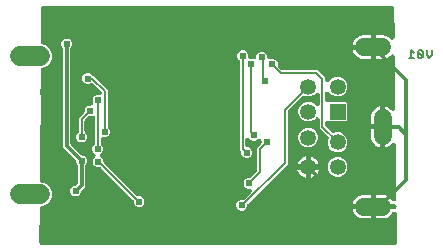
<source format=gbr>
G04 EAGLE Gerber RS-274X export*
G75*
%MOMM*%
%FSLAX34Y34*%
%LPD*%
%INBottom Copper*%
%IPPOS*%
%AMOC8*
5,1,8,0,0,1.08239X$1,22.5*%
G01*
%ADD10C,0.177800*%
%ADD11C,1.676400*%
%ADD12R,1.350000X1.350000*%
%ADD13C,1.350000*%
%ADD14C,1.500000*%
%ADD15C,0.604000*%
%ADD16C,0.304800*%
%ADD17C,0.152400*%

G36*
X334708Y3814D02*
X334708Y3814D01*
X334737Y3812D01*
X334908Y3834D01*
X335079Y3851D01*
X335107Y3859D01*
X335136Y3863D01*
X335300Y3918D01*
X335464Y3969D01*
X335490Y3983D01*
X335518Y3992D01*
X335667Y4079D01*
X335818Y4161D01*
X335841Y4179D01*
X335866Y4194D01*
X335995Y4308D01*
X336127Y4418D01*
X336146Y4441D01*
X336168Y4461D01*
X336272Y4598D01*
X336380Y4732D01*
X336393Y4758D01*
X336411Y4782D01*
X336486Y4937D01*
X336565Y5089D01*
X336573Y5118D01*
X336586Y5144D01*
X336629Y5311D01*
X336677Y5476D01*
X336679Y5506D01*
X336686Y5534D01*
X336710Y5865D01*
X336434Y30165D01*
X336421Y30280D01*
X336418Y30395D01*
X336399Y30479D01*
X336390Y30566D01*
X336355Y30675D01*
X336329Y30787D01*
X336293Y30866D01*
X336267Y30949D01*
X336211Y31050D01*
X336164Y31155D01*
X336113Y31225D01*
X336071Y31301D01*
X335997Y31388D01*
X335930Y31482D01*
X335866Y31541D01*
X335810Y31607D01*
X335720Y31678D01*
X335635Y31757D01*
X335562Y31802D01*
X335493Y31856D01*
X335391Y31908D01*
X335293Y31968D01*
X335212Y31998D01*
X335134Y32037D01*
X335023Y32068D01*
X334915Y32108D01*
X334829Y32121D01*
X334746Y32144D01*
X334631Y32153D01*
X334517Y32170D01*
X334431Y32167D01*
X334344Y32173D01*
X334230Y32158D01*
X334115Y32153D01*
X334031Y32132D01*
X333945Y32121D01*
X333836Y32084D01*
X333724Y32057D01*
X333646Y32020D01*
X333564Y31992D01*
X333464Y31934D01*
X333360Y31885D01*
X333290Y31834D01*
X333215Y31790D01*
X333129Y31714D01*
X333037Y31646D01*
X332979Y31581D01*
X332914Y31524D01*
X332844Y31432D01*
X332767Y31347D01*
X332713Y31259D01*
X332670Y31203D01*
X332642Y31143D01*
X332609Y31090D01*
X331671Y29799D01*
X330553Y28681D01*
X329274Y27752D01*
X327866Y27035D01*
X326363Y26547D01*
X324802Y26299D01*
X318543Y26299D01*
X318543Y34309D01*
X334333Y34309D01*
X334350Y34310D01*
X334368Y34309D01*
X334550Y34330D01*
X334733Y34348D01*
X334750Y34354D01*
X334768Y34356D01*
X334942Y34413D01*
X335118Y34467D01*
X335134Y34475D01*
X335151Y34481D01*
X335311Y34571D01*
X335472Y34658D01*
X335486Y34670D01*
X335501Y34679D01*
X335640Y34798D01*
X335781Y34916D01*
X335793Y34930D01*
X335806Y34942D01*
X335919Y35087D01*
X336034Y35230D01*
X336042Y35246D01*
X336053Y35260D01*
X336135Y35425D01*
X336219Y35587D01*
X336224Y35604D01*
X336232Y35620D01*
X336280Y35798D01*
X336331Y35974D01*
X336332Y35992D01*
X336337Y36009D01*
X336364Y36340D01*
X336362Y36358D01*
X336363Y36375D01*
X336363Y36376D01*
X336342Y36558D01*
X336324Y36741D01*
X336319Y36758D01*
X336317Y36776D01*
X336260Y36950D01*
X336206Y37126D01*
X336197Y37141D01*
X336192Y37158D01*
X336101Y37319D01*
X336014Y37480D01*
X336003Y37493D01*
X335994Y37509D01*
X335874Y37648D01*
X335756Y37789D01*
X335742Y37800D01*
X335731Y37814D01*
X335586Y37926D01*
X335442Y38041D01*
X335427Y38050D01*
X335413Y38060D01*
X335248Y38142D01*
X335085Y38227D01*
X335068Y38232D01*
X335052Y38240D01*
X334874Y38288D01*
X334698Y38338D01*
X334680Y38340D01*
X334663Y38344D01*
X334333Y38371D01*
X318543Y38371D01*
X318543Y46381D01*
X324802Y46381D01*
X326363Y46133D01*
X327866Y45645D01*
X329274Y44928D01*
X330553Y43999D01*
X331671Y42881D01*
X332616Y41580D01*
X332736Y41445D01*
X332852Y41309D01*
X332869Y41295D01*
X332884Y41279D01*
X333028Y41171D01*
X333169Y41060D01*
X333188Y41050D01*
X333206Y41037D01*
X333368Y40959D01*
X333528Y40878D01*
X333549Y40873D01*
X333569Y40863D01*
X333743Y40819D01*
X333917Y40771D01*
X333938Y40770D01*
X333959Y40765D01*
X334139Y40756D01*
X334318Y40743D01*
X334340Y40746D01*
X334361Y40745D01*
X334539Y40772D01*
X334717Y40795D01*
X334738Y40802D01*
X334760Y40805D01*
X334928Y40866D01*
X335099Y40924D01*
X335118Y40935D01*
X335138Y40942D01*
X335292Y41036D01*
X335447Y41126D01*
X335463Y41140D01*
X335482Y41151D01*
X335614Y41273D01*
X335749Y41392D01*
X335762Y41410D01*
X335778Y41424D01*
X335883Y41570D01*
X335992Y41713D01*
X336002Y41733D01*
X336014Y41750D01*
X336088Y41913D01*
X336167Y42076D01*
X336173Y42097D01*
X336182Y42117D01*
X336222Y42291D01*
X336267Y42466D01*
X336269Y42490D01*
X336273Y42509D01*
X336276Y42587D01*
X336291Y42797D01*
X335772Y88527D01*
X335754Y88684D01*
X335744Y88841D01*
X335732Y88883D01*
X335727Y88927D01*
X335680Y89077D01*
X335638Y89229D01*
X335618Y89269D01*
X335605Y89311D01*
X335529Y89448D01*
X335458Y89589D01*
X335431Y89624D01*
X335409Y89663D01*
X335307Y89782D01*
X335210Y89907D01*
X335177Y89935D01*
X335148Y89969D01*
X335024Y90066D01*
X334905Y90169D01*
X334866Y90190D01*
X334831Y90218D01*
X334691Y90289D01*
X334554Y90366D01*
X334512Y90379D01*
X334472Y90399D01*
X334320Y90441D01*
X334170Y90489D01*
X334126Y90495D01*
X334084Y90506D01*
X333927Y90517D01*
X333770Y90535D01*
X333726Y90531D01*
X333682Y90535D01*
X333526Y90514D01*
X333369Y90501D01*
X333327Y90489D01*
X333283Y90483D01*
X333133Y90433D01*
X332983Y90389D01*
X332944Y90368D01*
X332902Y90354D01*
X332765Y90275D01*
X332626Y90202D01*
X332591Y90174D01*
X332553Y90152D01*
X332435Y90048D01*
X332313Y89949D01*
X332280Y89911D01*
X332251Y89886D01*
X332233Y89862D01*
X331053Y88681D01*
X329774Y87752D01*
X328366Y87035D01*
X326863Y86547D01*
X326543Y86496D01*
X326543Y103840D01*
X326543Y121184D01*
X326863Y121133D01*
X328366Y120645D01*
X329774Y119928D01*
X331053Y118999D01*
X331952Y118099D01*
X331968Y118086D01*
X331982Y118071D01*
X332124Y117959D01*
X332264Y117844D01*
X332282Y117835D01*
X332298Y117822D01*
X332461Y117740D01*
X332620Y117656D01*
X332639Y117650D01*
X332658Y117641D01*
X332832Y117592D01*
X333006Y117541D01*
X333026Y117539D01*
X333046Y117534D01*
X333225Y117521D01*
X333406Y117504D01*
X333427Y117507D01*
X333447Y117505D01*
X333626Y117528D01*
X333807Y117548D01*
X333826Y117554D01*
X333847Y117557D01*
X334018Y117615D01*
X334191Y117669D01*
X334209Y117679D01*
X334228Y117686D01*
X334385Y117777D01*
X334543Y117864D01*
X334559Y117877D01*
X334576Y117888D01*
X334712Y118008D01*
X334850Y118125D01*
X334863Y118141D01*
X334878Y118154D01*
X334987Y118299D01*
X335100Y118441D01*
X335109Y118459D01*
X335121Y118475D01*
X335200Y118638D01*
X335282Y118800D01*
X335287Y118819D01*
X335296Y118838D01*
X335341Y119013D01*
X335390Y119187D01*
X335391Y119208D01*
X335396Y119228D01*
X335420Y119559D01*
X334925Y163173D01*
X334904Y163365D01*
X334882Y163568D01*
X334881Y163570D01*
X334881Y163573D01*
X334818Y163768D01*
X334760Y163951D01*
X334759Y163954D01*
X334758Y163956D01*
X334662Y164130D01*
X334565Y164304D01*
X334564Y164306D01*
X334562Y164308D01*
X334437Y164456D01*
X334305Y164611D01*
X334303Y164612D01*
X334301Y164614D01*
X334146Y164736D01*
X333989Y164860D01*
X333987Y164862D01*
X333984Y164863D01*
X333805Y164954D01*
X333630Y165043D01*
X333628Y165043D01*
X333625Y165045D01*
X333433Y165098D01*
X333242Y165151D01*
X333239Y165151D01*
X333237Y165152D01*
X333044Y165165D01*
X332841Y165180D01*
X332838Y165180D01*
X332835Y165180D01*
X332636Y165154D01*
X332441Y165130D01*
X332439Y165129D01*
X332436Y165129D01*
X332245Y165064D01*
X332059Y165001D01*
X332057Y165000D01*
X332055Y164999D01*
X331881Y164898D01*
X331711Y164801D01*
X331708Y164799D01*
X331706Y164797D01*
X331691Y164784D01*
X331458Y164586D01*
X330553Y163681D01*
X329274Y162752D01*
X327866Y162035D01*
X326363Y161547D01*
X324802Y161299D01*
X318543Y161299D01*
X318543Y171340D01*
X318543Y181381D01*
X324802Y181381D01*
X326363Y181133D01*
X327866Y180645D01*
X329274Y179928D01*
X330553Y178999D01*
X331270Y178282D01*
X331285Y178269D01*
X331299Y178254D01*
X331441Y178142D01*
X331581Y178027D01*
X331599Y178017D01*
X331615Y178005D01*
X331777Y177923D01*
X331937Y177838D01*
X331956Y177833D01*
X331975Y177823D01*
X332149Y177775D01*
X332323Y177724D01*
X332343Y177722D01*
X332363Y177716D01*
X332543Y177704D01*
X332724Y177687D01*
X332744Y177689D01*
X332765Y177688D01*
X332944Y177711D01*
X333124Y177731D01*
X333143Y177737D01*
X333164Y177739D01*
X333335Y177798D01*
X333508Y177852D01*
X333526Y177862D01*
X333545Y177869D01*
X333702Y177959D01*
X333860Y178047D01*
X333876Y178060D01*
X333894Y178071D01*
X334030Y178191D01*
X334167Y178307D01*
X334180Y178323D01*
X334195Y178337D01*
X334305Y178482D01*
X334417Y178623D01*
X334426Y178642D01*
X334438Y178658D01*
X334517Y178821D01*
X334599Y178982D01*
X334605Y179002D01*
X334614Y179021D01*
X334659Y179197D01*
X334707Y179370D01*
X334709Y179391D01*
X334714Y179410D01*
X334737Y179741D01*
X334459Y204241D01*
X334458Y204247D01*
X334459Y204254D01*
X334436Y204446D01*
X334415Y204641D01*
X334413Y204647D01*
X334412Y204653D01*
X334352Y204838D01*
X334292Y205025D01*
X334289Y205030D01*
X334287Y205036D01*
X334191Y205207D01*
X334096Y205377D01*
X334092Y205381D01*
X334089Y205387D01*
X333961Y205535D01*
X333835Y205683D01*
X333830Y205687D01*
X333826Y205692D01*
X333673Y205810D01*
X333519Y205932D01*
X333513Y205935D01*
X333508Y205938D01*
X333335Y206024D01*
X333159Y206113D01*
X333153Y206115D01*
X333147Y206118D01*
X332957Y206169D01*
X332771Y206220D01*
X332765Y206221D01*
X332759Y206222D01*
X332428Y206249D01*
X37265Y206249D01*
X37254Y206248D01*
X37242Y206249D01*
X37053Y206228D01*
X36864Y206209D01*
X36853Y206206D01*
X36842Y206205D01*
X36662Y206147D01*
X36479Y206091D01*
X36469Y206086D01*
X36459Y206082D01*
X36293Y205990D01*
X36125Y205899D01*
X36117Y205892D01*
X36107Y205887D01*
X35961Y205763D01*
X35816Y205642D01*
X35809Y205633D01*
X35800Y205626D01*
X35682Y205475D01*
X35564Y205328D01*
X35558Y205318D01*
X35551Y205309D01*
X35465Y205138D01*
X35378Y204971D01*
X35375Y204960D01*
X35370Y204950D01*
X35319Y204766D01*
X35267Y204584D01*
X35266Y204572D01*
X35263Y204562D01*
X35234Y204231D01*
X35050Y175597D01*
X35053Y175568D01*
X35050Y175539D01*
X35071Y175369D01*
X35087Y175196D01*
X35096Y175168D01*
X35099Y175140D01*
X35153Y174976D01*
X35203Y174810D01*
X35217Y174785D01*
X35226Y174757D01*
X35311Y174607D01*
X35392Y174455D01*
X35411Y174433D01*
X35425Y174408D01*
X35539Y174277D01*
X35648Y174144D01*
X35671Y174126D01*
X35690Y174104D01*
X35827Y173999D01*
X35960Y173890D01*
X35986Y173876D01*
X36009Y173859D01*
X36304Y173707D01*
X40294Y172055D01*
X43081Y169268D01*
X44589Y165627D01*
X44589Y161685D01*
X43081Y158044D01*
X40294Y155257D01*
X36565Y153713D01*
X36528Y153709D01*
X36517Y153706D01*
X36506Y153705D01*
X36325Y153647D01*
X36143Y153591D01*
X36133Y153586D01*
X36122Y153582D01*
X35956Y153490D01*
X35789Y153399D01*
X35780Y153392D01*
X35770Y153387D01*
X35625Y153263D01*
X35479Y153142D01*
X35472Y153133D01*
X35464Y153126D01*
X35346Y152975D01*
X35227Y152828D01*
X35222Y152818D01*
X35215Y152809D01*
X35129Y152638D01*
X35042Y152471D01*
X35038Y152460D01*
X35033Y152450D01*
X34982Y152266D01*
X34930Y152084D01*
X34929Y152072D01*
X34926Y152062D01*
X34897Y151731D01*
X34300Y58607D01*
X34302Y58583D01*
X34300Y58558D01*
X34321Y58383D01*
X34337Y58206D01*
X34344Y58183D01*
X34347Y58159D01*
X34402Y57990D01*
X34453Y57820D01*
X34465Y57799D01*
X34472Y57776D01*
X34559Y57621D01*
X34643Y57465D01*
X34658Y57446D01*
X34670Y57425D01*
X34786Y57291D01*
X34898Y57154D01*
X34917Y57139D01*
X34933Y57120D01*
X35073Y57012D01*
X35210Y56900D01*
X35232Y56889D01*
X35251Y56874D01*
X35410Y56795D01*
X35567Y56712D01*
X35590Y56705D01*
X35612Y56694D01*
X35783Y56648D01*
X35953Y56598D01*
X35977Y56596D01*
X36001Y56590D01*
X36331Y56563D01*
X36653Y56563D01*
X40294Y55055D01*
X43081Y52268D01*
X44589Y48627D01*
X44589Y44685D01*
X43081Y41044D01*
X40294Y38257D01*
X40116Y38184D01*
X36653Y36749D01*
X36178Y36749D01*
X36167Y36748D01*
X36156Y36749D01*
X35967Y36728D01*
X35778Y36709D01*
X35767Y36706D01*
X35756Y36705D01*
X35575Y36647D01*
X35393Y36591D01*
X35383Y36586D01*
X35372Y36582D01*
X35206Y36490D01*
X35039Y36399D01*
X35030Y36392D01*
X35020Y36387D01*
X34875Y36263D01*
X34729Y36142D01*
X34722Y36133D01*
X34714Y36126D01*
X34595Y35975D01*
X34477Y35828D01*
X34472Y35818D01*
X34465Y35809D01*
X34378Y35638D01*
X34292Y35471D01*
X34288Y35460D01*
X34283Y35450D01*
X34232Y35264D01*
X34180Y35084D01*
X34179Y35072D01*
X34176Y35062D01*
X34147Y34731D01*
X33962Y5855D01*
X33964Y5831D01*
X33962Y5806D01*
X33983Y5631D01*
X33999Y5454D01*
X34006Y5431D01*
X34009Y5407D01*
X34064Y5238D01*
X34115Y5068D01*
X34126Y5047D01*
X34134Y5024D01*
X34221Y4869D01*
X34304Y4713D01*
X34320Y4694D01*
X34332Y4673D01*
X34448Y4539D01*
X34560Y4402D01*
X34579Y4387D01*
X34595Y4368D01*
X34735Y4260D01*
X34872Y4148D01*
X34894Y4137D01*
X34913Y4122D01*
X35072Y4043D01*
X35228Y3960D01*
X35252Y3953D01*
X35274Y3942D01*
X35445Y3896D01*
X35615Y3846D01*
X35639Y3844D01*
X35662Y3838D01*
X35993Y3811D01*
X334679Y3811D01*
X334708Y3814D01*
G37*
%LPC*%
G36*
X204328Y32793D02*
X204328Y32793D01*
X202658Y33485D01*
X201379Y34764D01*
X200687Y36434D01*
X200687Y38242D01*
X201379Y39912D01*
X202658Y41191D01*
X204328Y41883D01*
X206209Y41883D01*
X206236Y41885D01*
X206263Y41883D01*
X206437Y41905D01*
X206610Y41923D01*
X206636Y41930D01*
X206662Y41934D01*
X206828Y41989D01*
X206995Y42041D01*
X207019Y42054D01*
X207044Y42062D01*
X207195Y42149D01*
X207349Y42233D01*
X207369Y42250D01*
X207393Y42263D01*
X207646Y42478D01*
X213290Y48122D01*
X213295Y48129D01*
X213302Y48134D01*
X213423Y48284D01*
X213545Y48433D01*
X213549Y48441D01*
X213555Y48448D01*
X213643Y48618D01*
X213733Y48789D01*
X213736Y48798D01*
X213740Y48805D01*
X213793Y48990D01*
X213848Y49175D01*
X213849Y49184D01*
X213852Y49192D01*
X213867Y49383D01*
X213885Y49576D01*
X213884Y49585D01*
X213884Y49594D01*
X213862Y49783D01*
X213841Y49976D01*
X213839Y49985D01*
X213838Y49993D01*
X213778Y50175D01*
X213720Y50360D01*
X213715Y50368D01*
X213713Y50376D01*
X213618Y50545D01*
X213525Y50712D01*
X213519Y50719D01*
X213515Y50727D01*
X213389Y50873D01*
X213264Y51019D01*
X213257Y51025D01*
X213252Y51032D01*
X213100Y51149D01*
X212949Y51269D01*
X212941Y51273D01*
X212934Y51278D01*
X212761Y51364D01*
X212590Y51451D01*
X212581Y51454D01*
X212573Y51458D01*
X212387Y51508D01*
X212202Y51559D01*
X212193Y51560D01*
X212184Y51562D01*
X211853Y51589D01*
X210424Y51589D01*
X208754Y52281D01*
X207475Y53560D01*
X206783Y55230D01*
X206783Y57038D01*
X207475Y58708D01*
X208754Y59987D01*
X210424Y60679D01*
X211797Y60679D01*
X211824Y60681D01*
X211851Y60679D01*
X212025Y60701D01*
X212198Y60719D01*
X212224Y60726D01*
X212250Y60730D01*
X212416Y60785D01*
X212583Y60837D01*
X212607Y60850D01*
X212632Y60858D01*
X212784Y60945D01*
X212937Y61029D01*
X212957Y61046D01*
X212981Y61059D01*
X213234Y61274D01*
X217590Y65630D01*
X217607Y65651D01*
X217628Y65668D01*
X217735Y65806D01*
X217845Y65942D01*
X217858Y65965D01*
X217874Y65987D01*
X217952Y66143D01*
X218034Y66297D01*
X218042Y66323D01*
X218054Y66347D01*
X218099Y66516D01*
X218149Y66683D01*
X218151Y66710D01*
X218158Y66736D01*
X218185Y67067D01*
X218185Y86037D01*
X221428Y89280D01*
X221445Y89301D01*
X221466Y89318D01*
X221573Y89456D01*
X221683Y89592D01*
X221696Y89615D01*
X221712Y89637D01*
X221790Y89793D01*
X221872Y89947D01*
X221880Y89973D01*
X221892Y89997D01*
X221937Y90166D01*
X221987Y90333D01*
X221989Y90360D01*
X221996Y90386D01*
X222023Y90717D01*
X222023Y91820D01*
X222022Y91829D01*
X222023Y91838D01*
X222003Y92028D01*
X221983Y92221D01*
X221981Y92229D01*
X221980Y92238D01*
X221922Y92422D01*
X221865Y92606D01*
X221861Y92614D01*
X221858Y92622D01*
X221765Y92790D01*
X221673Y92960D01*
X221668Y92967D01*
X221663Y92974D01*
X221539Y93121D01*
X221416Y93269D01*
X221409Y93275D01*
X221403Y93281D01*
X221252Y93401D01*
X221102Y93521D01*
X221094Y93525D01*
X221087Y93531D01*
X220915Y93618D01*
X220745Y93707D01*
X220736Y93709D01*
X220728Y93713D01*
X220543Y93765D01*
X220358Y93818D01*
X220349Y93819D01*
X220340Y93821D01*
X220148Y93835D01*
X219956Y93851D01*
X219948Y93850D01*
X219939Y93851D01*
X219747Y93827D01*
X219557Y93804D01*
X219548Y93801D01*
X219539Y93800D01*
X219357Y93739D01*
X219174Y93679D01*
X219166Y93675D01*
X219158Y93672D01*
X218990Y93576D01*
X218823Y93481D01*
X218816Y93476D01*
X218809Y93471D01*
X218556Y93256D01*
X218220Y92921D01*
X216550Y92229D01*
X214742Y92229D01*
X213072Y92921D01*
X211748Y94244D01*
X211741Y94250D01*
X211736Y94257D01*
X211585Y94378D01*
X211437Y94500D01*
X211429Y94504D01*
X211422Y94509D01*
X211252Y94598D01*
X211081Y94688D01*
X211072Y94691D01*
X211065Y94695D01*
X210880Y94748D01*
X210695Y94803D01*
X210686Y94804D01*
X210678Y94806D01*
X210487Y94822D01*
X210294Y94839D01*
X210285Y94838D01*
X210276Y94839D01*
X210087Y94817D01*
X209894Y94796D01*
X209885Y94793D01*
X209877Y94792D01*
X209695Y94733D01*
X209510Y94674D01*
X209502Y94670D01*
X209494Y94667D01*
X209327Y94573D01*
X209158Y94480D01*
X209151Y94474D01*
X209143Y94469D01*
X208998Y94344D01*
X208851Y94219D01*
X208845Y94212D01*
X208838Y94206D01*
X208722Y94056D01*
X208601Y93903D01*
X208597Y93895D01*
X208592Y93888D01*
X208506Y93717D01*
X208419Y93544D01*
X208416Y93536D01*
X208412Y93528D01*
X208362Y93342D01*
X208311Y93156D01*
X208310Y93147D01*
X208308Y93139D01*
X208281Y92808D01*
X208281Y88618D01*
X208283Y88600D01*
X208281Y88582D01*
X208302Y88400D01*
X208321Y88217D01*
X208326Y88200D01*
X208328Y88183D01*
X208385Y88008D01*
X208439Y87832D01*
X208447Y87817D01*
X208453Y87800D01*
X208543Y87640D01*
X208631Y87478D01*
X208642Y87465D01*
X208651Y87449D01*
X208771Y87310D01*
X208888Y87169D01*
X208902Y87158D01*
X208914Y87144D01*
X209059Y87032D01*
X209202Y86917D01*
X209218Y86909D01*
X209232Y86898D01*
X209397Y86816D01*
X209559Y86731D01*
X209576Y86726D01*
X209592Y86718D01*
X209771Y86671D01*
X209946Y86620D01*
X209964Y86618D01*
X209981Y86614D01*
X210312Y86587D01*
X210454Y86587D01*
X212124Y85895D01*
X213403Y84616D01*
X214095Y82946D01*
X214095Y81138D01*
X213403Y79468D01*
X212124Y78189D01*
X210454Y77497D01*
X208646Y77497D01*
X206976Y78189D01*
X205697Y79468D01*
X205005Y81138D01*
X205005Y82003D01*
X205003Y82030D01*
X205005Y82057D01*
X204983Y82231D01*
X204965Y82404D01*
X204958Y82430D01*
X204954Y82456D01*
X204899Y82622D01*
X204847Y82789D01*
X204834Y82813D01*
X204826Y82838D01*
X204739Y82990D01*
X204655Y83143D01*
X204638Y83163D01*
X204625Y83187D01*
X204410Y83440D01*
X203707Y84143D01*
X203707Y159102D01*
X203705Y159129D01*
X203707Y159155D01*
X203685Y159329D01*
X203667Y159503D01*
X203660Y159528D01*
X203656Y159555D01*
X203601Y159721D01*
X203549Y159888D01*
X203536Y159911D01*
X203528Y159937D01*
X203441Y160088D01*
X203357Y160242D01*
X203340Y160262D01*
X203327Y160285D01*
X203112Y160538D01*
X202141Y161510D01*
X201449Y163180D01*
X201449Y164988D01*
X202141Y166658D01*
X203420Y167937D01*
X205090Y168629D01*
X206898Y168629D01*
X208568Y167937D01*
X209847Y166658D01*
X210539Y164988D01*
X210539Y163548D01*
X210541Y163530D01*
X210539Y163512D01*
X210560Y163330D01*
X210579Y163147D01*
X210584Y163130D01*
X210586Y163113D01*
X210643Y162938D01*
X210697Y162762D01*
X210705Y162747D01*
X210711Y162730D01*
X210801Y162570D01*
X210889Y162408D01*
X210900Y162395D01*
X210909Y162379D01*
X211029Y162240D01*
X211146Y162099D01*
X211160Y162088D01*
X211172Y162074D01*
X211317Y161962D01*
X211460Y161847D01*
X211476Y161839D01*
X211490Y161828D01*
X211655Y161746D01*
X211817Y161661D01*
X211834Y161656D01*
X211850Y161648D01*
X212029Y161601D01*
X212204Y161550D01*
X212222Y161548D01*
X212239Y161544D01*
X212570Y161517D01*
X213756Y161517D01*
X214897Y161044D01*
X214910Y161040D01*
X214921Y161034D01*
X215102Y160982D01*
X215282Y160928D01*
X215295Y160927D01*
X215308Y160923D01*
X215497Y160907D01*
X215683Y160890D01*
X215696Y160891D01*
X215710Y160890D01*
X215896Y160912D01*
X216083Y160931D01*
X216096Y160935D01*
X216109Y160937D01*
X216289Y160995D01*
X216468Y161051D01*
X216479Y161057D01*
X216492Y161062D01*
X216657Y161155D01*
X216821Y161244D01*
X216831Y161253D01*
X216843Y161260D01*
X216985Y161382D01*
X217129Y161504D01*
X217137Y161514D01*
X217148Y161523D01*
X217262Y161671D01*
X217380Y161818D01*
X217386Y161830D01*
X217394Y161841D01*
X217478Y162009D01*
X217564Y162176D01*
X217568Y162189D01*
X217574Y162201D01*
X217623Y162384D01*
X217674Y162564D01*
X217675Y162577D01*
X217678Y162590D01*
X217705Y162921D01*
X217705Y163718D01*
X218397Y165388D01*
X219676Y166667D01*
X221346Y167359D01*
X223154Y167359D01*
X224824Y166667D01*
X226103Y165388D01*
X226795Y163718D01*
X226795Y162877D01*
X226796Y162864D01*
X226795Y162851D01*
X226816Y162664D01*
X226835Y162477D01*
X226839Y162464D01*
X226840Y162451D01*
X226898Y162271D01*
X226953Y162092D01*
X226959Y162080D01*
X226963Y162067D01*
X227055Y161903D01*
X227145Y161738D01*
X227153Y161727D01*
X227160Y161716D01*
X227283Y161572D01*
X227402Y161428D01*
X227413Y161420D01*
X227421Y161410D01*
X227570Y161294D01*
X227716Y161176D01*
X227728Y161170D01*
X227738Y161162D01*
X227907Y161077D01*
X228073Y160991D01*
X228086Y160987D01*
X228098Y160981D01*
X228280Y160931D01*
X228460Y160879D01*
X228474Y160878D01*
X228487Y160875D01*
X228675Y160862D01*
X228862Y160846D01*
X228875Y160848D01*
X228888Y160847D01*
X229076Y160871D01*
X229261Y160893D01*
X229274Y160897D01*
X229287Y160899D01*
X229603Y161001D01*
X230236Y161263D01*
X232044Y161263D01*
X233714Y160571D01*
X234993Y159292D01*
X235685Y157622D01*
X235685Y156249D01*
X235687Y156222D01*
X235685Y156195D01*
X235707Y156021D01*
X235725Y155848D01*
X235732Y155822D01*
X235736Y155796D01*
X235791Y155630D01*
X235843Y155463D01*
X235856Y155439D01*
X235864Y155414D01*
X235951Y155262D01*
X236035Y155109D01*
X236052Y155089D01*
X236065Y155065D01*
X236280Y154812D01*
X238858Y152234D01*
X238879Y152217D01*
X238896Y152196D01*
X239034Y152089D01*
X239170Y151979D01*
X239193Y151966D01*
X239215Y151950D01*
X239371Y151872D01*
X239525Y151790D01*
X239551Y151782D01*
X239575Y151770D01*
X239744Y151725D01*
X239911Y151675D01*
X239938Y151673D01*
X239964Y151666D01*
X240295Y151639D01*
X269425Y151639D01*
X275845Y145219D01*
X275845Y143779D01*
X275846Y143770D01*
X275845Y143761D01*
X275866Y143569D01*
X275885Y143378D01*
X275887Y143370D01*
X275888Y143361D01*
X275946Y143178D01*
X276003Y142993D01*
X276007Y142985D01*
X276010Y142977D01*
X276103Y142809D01*
X276195Y142639D01*
X276200Y142632D01*
X276205Y142625D01*
X276329Y142478D01*
X276452Y142330D01*
X276459Y142324D01*
X276465Y142318D01*
X276616Y142199D01*
X276766Y142078D01*
X276774Y142074D01*
X276781Y142068D01*
X276954Y141980D01*
X277123Y141892D01*
X277132Y141890D01*
X277140Y141886D01*
X277326Y141834D01*
X277510Y141781D01*
X277519Y141780D01*
X277528Y141778D01*
X277721Y141764D01*
X277912Y141748D01*
X277920Y141749D01*
X277929Y141748D01*
X278122Y141773D01*
X278311Y141795D01*
X278320Y141798D01*
X278329Y141799D01*
X278512Y141860D01*
X278694Y141920D01*
X278702Y141924D01*
X278710Y141927D01*
X278876Y142022D01*
X279045Y142118D01*
X279052Y142123D01*
X279059Y142128D01*
X279312Y142343D01*
X281825Y144855D01*
X284866Y146115D01*
X288158Y146115D01*
X291199Y144855D01*
X293527Y142527D01*
X294787Y139486D01*
X294787Y136194D01*
X293527Y133153D01*
X291199Y130825D01*
X288158Y129565D01*
X284866Y129565D01*
X281825Y130825D01*
X279312Y133337D01*
X279305Y133343D01*
X279300Y133350D01*
X279150Y133470D01*
X279001Y133593D01*
X278993Y133597D01*
X278986Y133602D01*
X278816Y133691D01*
X278645Y133781D01*
X278636Y133784D01*
X278629Y133788D01*
X278444Y133841D01*
X278259Y133896D01*
X278250Y133897D01*
X278242Y133899D01*
X278051Y133915D01*
X277858Y133932D01*
X277849Y133931D01*
X277840Y133932D01*
X277651Y133910D01*
X277458Y133889D01*
X277449Y133886D01*
X277441Y133885D01*
X277259Y133826D01*
X277074Y133767D01*
X277066Y133763D01*
X277058Y133760D01*
X276888Y133665D01*
X276722Y133573D01*
X276715Y133567D01*
X276707Y133562D01*
X276561Y133436D01*
X276415Y133312D01*
X276409Y133305D01*
X276402Y133299D01*
X276285Y133148D01*
X276165Y132996D01*
X276161Y132988D01*
X276156Y132981D01*
X276070Y132809D01*
X275983Y132637D01*
X275980Y132629D01*
X275976Y132621D01*
X275926Y132435D01*
X275875Y132249D01*
X275874Y132240D01*
X275872Y132232D01*
X275845Y131901D01*
X275845Y126733D01*
X275846Y126724D01*
X275845Y126715D01*
X275866Y126524D01*
X275885Y126332D01*
X275887Y126324D01*
X275888Y126315D01*
X275947Y126130D01*
X276003Y125947D01*
X276007Y125940D01*
X276010Y125931D01*
X276103Y125762D01*
X276195Y125593D01*
X276200Y125586D01*
X276205Y125579D01*
X276330Y125431D01*
X276452Y125284D01*
X276459Y125279D01*
X276465Y125272D01*
X276616Y125152D01*
X276766Y125032D01*
X276774Y125028D01*
X276781Y125022D01*
X276954Y124934D01*
X277123Y124846D01*
X277132Y124844D01*
X277140Y124840D01*
X277326Y124788D01*
X277510Y124735D01*
X277519Y124734D01*
X277528Y124732D01*
X277720Y124718D01*
X277912Y124702D01*
X277920Y124703D01*
X277929Y124702D01*
X278121Y124727D01*
X278311Y124749D01*
X278320Y124752D01*
X278329Y124753D01*
X278510Y124814D01*
X278694Y124874D01*
X278702Y124878D01*
X278710Y124881D01*
X278876Y124977D01*
X279045Y125072D01*
X279052Y125077D01*
X279059Y125082D01*
X279098Y125115D01*
X293894Y125115D01*
X294787Y124222D01*
X294787Y109458D01*
X293894Y108565D01*
X279090Y108565D01*
X279001Y108638D01*
X278993Y108643D01*
X278986Y108648D01*
X278816Y108737D01*
X278645Y108827D01*
X278637Y108830D01*
X278629Y108834D01*
X278443Y108887D01*
X278259Y108942D01*
X278250Y108943D01*
X278242Y108945D01*
X278050Y108961D01*
X277858Y108978D01*
X277849Y108977D01*
X277840Y108978D01*
X277650Y108956D01*
X277458Y108935D01*
X277449Y108932D01*
X277441Y108931D01*
X277257Y108871D01*
X277074Y108813D01*
X277066Y108809D01*
X277058Y108806D01*
X276889Y108711D01*
X276722Y108619D01*
X276715Y108613D01*
X276707Y108608D01*
X276562Y108483D01*
X276415Y108358D01*
X276409Y108351D01*
X276402Y108345D01*
X276285Y108194D01*
X276165Y108042D01*
X276161Y108034D01*
X276156Y108027D01*
X276070Y107855D01*
X275983Y107683D01*
X275980Y107675D01*
X275976Y107667D01*
X275926Y107479D01*
X275875Y107295D01*
X275874Y107287D01*
X275872Y107278D01*
X275845Y106947D01*
X275845Y105583D01*
X275847Y105556D01*
X275845Y105529D01*
X275867Y105355D01*
X275885Y105182D01*
X275892Y105156D01*
X275896Y105130D01*
X275951Y104964D01*
X276003Y104797D01*
X276016Y104773D01*
X276024Y104748D01*
X276111Y104597D01*
X276195Y104443D01*
X276212Y104423D01*
X276225Y104399D01*
X276440Y104146D01*
X281506Y99080D01*
X281523Y99066D01*
X281538Y99049D01*
X281679Y98938D01*
X281817Y98825D01*
X281837Y98815D01*
X281855Y98801D01*
X282015Y98720D01*
X282173Y98636D01*
X282194Y98630D01*
X282214Y98620D01*
X282387Y98573D01*
X282559Y98522D01*
X282581Y98520D01*
X282603Y98514D01*
X282781Y98501D01*
X282960Y98485D01*
X282982Y98488D01*
X283004Y98486D01*
X283182Y98509D01*
X283360Y98529D01*
X283381Y98535D01*
X283404Y98538D01*
X283719Y98640D01*
X284866Y99115D01*
X288158Y99115D01*
X291199Y97855D01*
X293527Y95527D01*
X294787Y92486D01*
X294787Y89194D01*
X293527Y86153D01*
X291199Y83825D01*
X288158Y82565D01*
X284866Y82565D01*
X281825Y83825D01*
X279497Y86153D01*
X278237Y89194D01*
X278237Y92486D01*
X278712Y93633D01*
X278719Y93654D01*
X278729Y93674D01*
X278777Y93846D01*
X278829Y94018D01*
X278831Y94040D01*
X278837Y94062D01*
X278850Y94241D01*
X278867Y94419D01*
X278865Y94441D01*
X278866Y94463D01*
X278844Y94641D01*
X278825Y94819D01*
X278819Y94841D01*
X278816Y94863D01*
X278759Y95033D01*
X278705Y95204D01*
X278695Y95223D01*
X278688Y95244D01*
X278598Y95399D01*
X278512Y95557D01*
X278498Y95574D01*
X278487Y95593D01*
X278272Y95846D01*
X273206Y100912D01*
X271271Y102847D01*
X271271Y109993D01*
X271270Y110002D01*
X271271Y110011D01*
X271250Y110203D01*
X271231Y110394D01*
X271229Y110402D01*
X271228Y110411D01*
X271170Y110594D01*
X271113Y110779D01*
X271109Y110787D01*
X271106Y110795D01*
X271013Y110963D01*
X270921Y111133D01*
X270916Y111140D01*
X270911Y111147D01*
X270786Y111295D01*
X270664Y111442D01*
X270657Y111448D01*
X270651Y111454D01*
X270499Y111574D01*
X270350Y111694D01*
X270342Y111698D01*
X270335Y111704D01*
X270163Y111791D01*
X269993Y111880D01*
X269984Y111882D01*
X269976Y111886D01*
X269790Y111938D01*
X269606Y111991D01*
X269597Y111992D01*
X269588Y111994D01*
X269396Y112008D01*
X269204Y112024D01*
X269196Y112023D01*
X269187Y112024D01*
X268994Y111999D01*
X268805Y111977D01*
X268796Y111974D01*
X268787Y111973D01*
X268604Y111912D01*
X268422Y111852D01*
X268414Y111848D01*
X268406Y111845D01*
X268240Y111750D01*
X268071Y111654D01*
X268064Y111649D01*
X268057Y111644D01*
X267804Y111429D01*
X266199Y109825D01*
X263158Y108565D01*
X259866Y108565D01*
X256825Y109825D01*
X254497Y112153D01*
X253237Y115194D01*
X253237Y118486D01*
X254497Y121527D01*
X256825Y123855D01*
X259866Y125115D01*
X263158Y125115D01*
X266199Y123855D01*
X267804Y122251D01*
X267811Y122245D01*
X267816Y122238D01*
X267966Y122118D01*
X268115Y121995D01*
X268123Y121991D01*
X268130Y121986D01*
X268300Y121897D01*
X268471Y121807D01*
X268480Y121804D01*
X268487Y121800D01*
X268672Y121747D01*
X268857Y121692D01*
X268866Y121691D01*
X268874Y121689D01*
X269065Y121673D01*
X269258Y121656D01*
X269267Y121657D01*
X269276Y121656D01*
X269465Y121678D01*
X269658Y121699D01*
X269667Y121702D01*
X269675Y121703D01*
X269857Y121762D01*
X270042Y121821D01*
X270050Y121825D01*
X270058Y121828D01*
X270225Y121922D01*
X270394Y122015D01*
X270401Y122021D01*
X270409Y122026D01*
X270554Y122151D01*
X270701Y122276D01*
X270707Y122283D01*
X270714Y122289D01*
X270830Y122439D01*
X270951Y122592D01*
X270955Y122600D01*
X270960Y122607D01*
X271046Y122778D01*
X271133Y122951D01*
X271136Y122959D01*
X271140Y122967D01*
X271190Y123153D01*
X271241Y123339D01*
X271242Y123348D01*
X271244Y123356D01*
X271271Y123687D01*
X271271Y130993D01*
X271270Y131002D01*
X271271Y131011D01*
X271250Y131203D01*
X271231Y131394D01*
X271229Y131402D01*
X271228Y131411D01*
X271170Y131593D01*
X271113Y131779D01*
X271109Y131787D01*
X271106Y131795D01*
X271014Y131963D01*
X270921Y132133D01*
X270916Y132140D01*
X270911Y132147D01*
X270786Y132295D01*
X270664Y132442D01*
X270657Y132448D01*
X270651Y132454D01*
X270500Y132574D01*
X270350Y132694D01*
X270342Y132698D01*
X270335Y132704D01*
X270163Y132791D01*
X269993Y132880D01*
X269984Y132882D01*
X269976Y132886D01*
X269790Y132938D01*
X269606Y132991D01*
X269597Y132992D01*
X269588Y132994D01*
X269396Y133008D01*
X269204Y133024D01*
X269196Y133023D01*
X269187Y133024D01*
X268994Y132999D01*
X268805Y132977D01*
X268796Y132974D01*
X268787Y132973D01*
X268604Y132912D01*
X268422Y132852D01*
X268414Y132848D01*
X268406Y132845D01*
X268240Y132750D01*
X268071Y132654D01*
X268064Y132649D01*
X268057Y132644D01*
X267804Y132429D01*
X266199Y130825D01*
X263158Y129565D01*
X259866Y129565D01*
X258719Y130040D01*
X258698Y130047D01*
X258678Y130057D01*
X258505Y130105D01*
X258334Y130157D01*
X258312Y130159D01*
X258290Y130165D01*
X258111Y130178D01*
X257933Y130195D01*
X257911Y130193D01*
X257889Y130194D01*
X257711Y130172D01*
X257533Y130153D01*
X257512Y130147D01*
X257489Y130144D01*
X257320Y130087D01*
X257148Y130033D01*
X257129Y130023D01*
X257108Y130016D01*
X256952Y129926D01*
X256795Y129840D01*
X256778Y129826D01*
X256759Y129815D01*
X256506Y129600D01*
X244690Y117784D01*
X244673Y117763D01*
X244652Y117746D01*
X244545Y117608D01*
X244435Y117472D01*
X244422Y117449D01*
X244406Y117427D01*
X244328Y117271D01*
X244246Y117117D01*
X244238Y117091D01*
X244226Y117067D01*
X244181Y116898D01*
X244131Y116731D01*
X244129Y116704D01*
X244122Y116678D01*
X244095Y116347D01*
X244095Y72459D01*
X210372Y38736D01*
X210355Y38715D01*
X210334Y38698D01*
X210227Y38560D01*
X210117Y38424D01*
X210104Y38401D01*
X210088Y38379D01*
X210010Y38223D01*
X209928Y38069D01*
X209920Y38043D01*
X209908Y38019D01*
X209863Y37850D01*
X209813Y37683D01*
X209811Y37656D01*
X209804Y37630D01*
X209777Y37299D01*
X209777Y36434D01*
X209085Y34764D01*
X207806Y33485D01*
X206136Y32793D01*
X204328Y32793D01*
G37*
%LPD*%
%LPC*%
G36*
X117460Y35841D02*
X117460Y35841D01*
X115790Y36533D01*
X114511Y37812D01*
X113819Y39482D01*
X113819Y40855D01*
X113817Y40882D01*
X113819Y40909D01*
X113797Y41083D01*
X113779Y41256D01*
X113772Y41282D01*
X113768Y41308D01*
X113713Y41473D01*
X113661Y41641D01*
X113648Y41665D01*
X113640Y41690D01*
X113553Y41842D01*
X113469Y41995D01*
X113452Y42015D01*
X113439Y42039D01*
X113224Y42292D01*
X86436Y69080D01*
X86418Y69094D01*
X86404Y69111D01*
X86263Y69222D01*
X86124Y69335D01*
X86104Y69346D01*
X86087Y69360D01*
X85927Y69440D01*
X85769Y69524D01*
X85747Y69530D01*
X85727Y69540D01*
X85554Y69588D01*
X85383Y69639D01*
X85360Y69641D01*
X85339Y69647D01*
X85160Y69659D01*
X84982Y69675D01*
X84959Y69673D01*
X84937Y69674D01*
X84760Y69651D01*
X84581Y69632D01*
X84560Y69625D01*
X84547Y69623D01*
X82662Y69623D01*
X80992Y70315D01*
X79713Y71594D01*
X79021Y73264D01*
X79021Y75072D01*
X79713Y76742D01*
X80909Y77939D01*
X80921Y77952D01*
X80934Y77964D01*
X81049Y78109D01*
X81165Y78250D01*
X81173Y78266D01*
X81184Y78280D01*
X81267Y78444D01*
X81353Y78606D01*
X81358Y78623D01*
X81366Y78639D01*
X81416Y78816D01*
X81468Y78992D01*
X81470Y79010D01*
X81474Y79027D01*
X81488Y79210D01*
X81504Y79393D01*
X81502Y79411D01*
X81504Y79428D01*
X81481Y79610D01*
X81461Y79793D01*
X81456Y79810D01*
X81453Y79828D01*
X81395Y80001D01*
X81339Y80177D01*
X81331Y80193D01*
X81325Y80209D01*
X81234Y80368D01*
X81145Y80529D01*
X81133Y80543D01*
X81124Y80558D01*
X80909Y80811D01*
X79459Y82262D01*
X78767Y83932D01*
X78767Y85740D01*
X79459Y87410D01*
X80684Y88636D01*
X80701Y88656D01*
X80722Y88674D01*
X80829Y88812D01*
X80939Y88947D01*
X80952Y88971D01*
X80968Y88992D01*
X81046Y89149D01*
X81128Y89303D01*
X81136Y89328D01*
X81148Y89352D01*
X81193Y89522D01*
X81243Y89689D01*
X81245Y89715D01*
X81252Y89741D01*
X81279Y90072D01*
X81279Y111282D01*
X81278Y111296D01*
X81279Y111309D01*
X81258Y111495D01*
X81239Y111683D01*
X81235Y111696D01*
X81234Y111709D01*
X81177Y111887D01*
X81121Y112068D01*
X81115Y112080D01*
X81111Y112092D01*
X81019Y112257D01*
X80929Y112422D01*
X80921Y112432D01*
X80914Y112444D01*
X80791Y112588D01*
X80672Y112731D01*
X80661Y112740D01*
X80653Y112750D01*
X80504Y112866D01*
X80358Y112983D01*
X80346Y112990D01*
X80336Y112998D01*
X80166Y113083D01*
X80001Y113169D01*
X79988Y113173D01*
X79976Y113179D01*
X79794Y113229D01*
X79614Y113280D01*
X79600Y113281D01*
X79587Y113285D01*
X79401Y113298D01*
X79212Y113313D01*
X79199Y113312D01*
X79186Y113313D01*
X78999Y113288D01*
X78813Y113266D01*
X78800Y113262D01*
X78787Y113260D01*
X78471Y113159D01*
X77612Y112803D01*
X76239Y112803D01*
X76212Y112801D01*
X76185Y112803D01*
X76011Y112781D01*
X75838Y112763D01*
X75812Y112756D01*
X75786Y112752D01*
X75620Y112697D01*
X75453Y112645D01*
X75429Y112632D01*
X75404Y112624D01*
X75252Y112537D01*
X75099Y112453D01*
X75079Y112436D01*
X75055Y112423D01*
X74802Y112208D01*
X72732Y110138D01*
X72715Y110117D01*
X72694Y110100D01*
X72587Y109962D01*
X72477Y109826D01*
X72464Y109803D01*
X72448Y109781D01*
X72370Y109625D01*
X72288Y109471D01*
X72280Y109445D01*
X72268Y109421D01*
X72223Y109252D01*
X72173Y109085D01*
X72171Y109058D01*
X72164Y109032D01*
X72137Y108701D01*
X72137Y100232D01*
X72139Y100205D01*
X72137Y100179D01*
X72159Y100005D01*
X72177Y99831D01*
X72184Y99806D01*
X72188Y99779D01*
X72243Y99613D01*
X72295Y99446D01*
X72308Y99423D01*
X72316Y99397D01*
X72403Y99246D01*
X72487Y99092D01*
X72504Y99072D01*
X72517Y99049D01*
X72732Y98796D01*
X73703Y97824D01*
X74395Y96154D01*
X74395Y94346D01*
X73703Y92676D01*
X72424Y91397D01*
X70754Y90705D01*
X68946Y90705D01*
X67276Y91397D01*
X65997Y92676D01*
X65305Y94346D01*
X65305Y96154D01*
X65997Y97824D01*
X66968Y98796D01*
X66985Y98816D01*
X67006Y98834D01*
X67113Y98972D01*
X67223Y99107D01*
X67236Y99131D01*
X67252Y99152D01*
X67330Y99309D01*
X67412Y99463D01*
X67420Y99488D01*
X67432Y99512D01*
X67477Y99682D01*
X67527Y99849D01*
X67529Y99875D01*
X67536Y99901D01*
X67563Y100232D01*
X67563Y111437D01*
X71568Y115442D01*
X71585Y115463D01*
X71606Y115480D01*
X71713Y115618D01*
X71823Y115754D01*
X71836Y115777D01*
X71852Y115799D01*
X71930Y115955D01*
X72012Y116109D01*
X72020Y116135D01*
X72032Y116159D01*
X72077Y116328D01*
X72127Y116495D01*
X72129Y116522D01*
X72136Y116548D01*
X72163Y116879D01*
X72163Y118252D01*
X72855Y119922D01*
X74134Y121201D01*
X75535Y121781D01*
X75804Y121893D01*
X77407Y121893D01*
X77420Y121894D01*
X77433Y121893D01*
X77620Y121914D01*
X77807Y121933D01*
X77820Y121937D01*
X77833Y121938D01*
X78012Y121995D01*
X78192Y122051D01*
X78204Y122057D01*
X78217Y122061D01*
X78381Y122153D01*
X78546Y122243D01*
X78557Y122251D01*
X78568Y122258D01*
X78712Y122380D01*
X78856Y122500D01*
X78864Y122511D01*
X78874Y122519D01*
X78990Y122668D01*
X79108Y122814D01*
X79114Y122826D01*
X79122Y122836D01*
X79207Y123005D01*
X79293Y123171D01*
X79297Y123184D01*
X79303Y123196D01*
X79352Y123376D01*
X79405Y123558D01*
X79406Y123572D01*
X79409Y123585D01*
X79422Y123773D01*
X79438Y123960D01*
X79436Y123973D01*
X79437Y123986D01*
X79413Y124174D01*
X79391Y124359D01*
X79387Y124372D01*
X79385Y124385D01*
X79283Y124701D01*
X79021Y125334D01*
X79021Y127142D01*
X79713Y128812D01*
X80992Y130091D01*
X82662Y130783D01*
X84599Y130783D01*
X84608Y130784D01*
X84617Y130783D01*
X84811Y130804D01*
X85000Y130823D01*
X85009Y130825D01*
X85018Y130826D01*
X85202Y130885D01*
X85385Y130941D01*
X85393Y130945D01*
X85401Y130948D01*
X85570Y131041D01*
X85739Y131133D01*
X85746Y131138D01*
X85754Y131143D01*
X85901Y131267D01*
X86048Y131390D01*
X86054Y131397D01*
X86061Y131403D01*
X86180Y131555D01*
X86301Y131704D01*
X86305Y131712D01*
X86310Y131719D01*
X86398Y131892D01*
X86486Y132061D01*
X86489Y132070D01*
X86493Y132078D01*
X86545Y132264D01*
X86598Y132448D01*
X86598Y132457D01*
X86601Y132466D01*
X86615Y132659D01*
X86630Y132850D01*
X86629Y132858D01*
X86630Y132867D01*
X86606Y133060D01*
X86584Y133249D01*
X86581Y133258D01*
X86580Y133267D01*
X86518Y133449D01*
X86459Y133632D01*
X86454Y133640D01*
X86451Y133648D01*
X86356Y133814D01*
X86261Y133983D01*
X86255Y133990D01*
X86250Y133997D01*
X86036Y134250D01*
X79775Y140511D01*
X79758Y140525D01*
X79744Y140542D01*
X79602Y140652D01*
X79464Y140766D01*
X79444Y140776D01*
X79427Y140790D01*
X79266Y140871D01*
X79108Y140954D01*
X79087Y140961D01*
X79067Y140971D01*
X78894Y141018D01*
X78722Y141069D01*
X78700Y141071D01*
X78679Y141077D01*
X78500Y141089D01*
X78321Y141106D01*
X78299Y141103D01*
X78277Y141105D01*
X78099Y141081D01*
X77921Y141062D01*
X77900Y141055D01*
X77878Y141052D01*
X77562Y140951D01*
X75834Y140235D01*
X74026Y140235D01*
X72356Y140927D01*
X71077Y142206D01*
X70385Y143876D01*
X70385Y145684D01*
X71077Y147354D01*
X72356Y148633D01*
X74026Y149325D01*
X75834Y149325D01*
X77504Y148633D01*
X78476Y147662D01*
X78496Y147645D01*
X78514Y147624D01*
X78652Y147517D01*
X78787Y147407D01*
X78811Y147394D01*
X78832Y147378D01*
X78989Y147300D01*
X79143Y147218D01*
X79168Y147210D01*
X79192Y147198D01*
X79362Y147153D01*
X79529Y147103D01*
X79555Y147101D01*
X79581Y147094D01*
X79667Y147087D01*
X81622Y145132D01*
X89760Y136994D01*
X91695Y135059D01*
X91695Y104296D01*
X91697Y104269D01*
X91695Y104243D01*
X91717Y104069D01*
X91735Y103895D01*
X91743Y103870D01*
X91746Y103843D01*
X91802Y103677D01*
X91853Y103510D01*
X91866Y103487D01*
X91874Y103461D01*
X91961Y103310D01*
X92045Y103156D01*
X92062Y103136D01*
X92075Y103113D01*
X92290Y102860D01*
X93007Y102142D01*
X93699Y100472D01*
X93699Y98664D01*
X93007Y96994D01*
X91728Y95715D01*
X90058Y95023D01*
X87884Y95023D01*
X87866Y95021D01*
X87848Y95023D01*
X87666Y95002D01*
X87483Y94983D01*
X87466Y94978D01*
X87449Y94976D01*
X87274Y94919D01*
X87098Y94865D01*
X87083Y94857D01*
X87066Y94851D01*
X86906Y94761D01*
X86744Y94673D01*
X86731Y94662D01*
X86715Y94653D01*
X86576Y94533D01*
X86435Y94416D01*
X86424Y94402D01*
X86410Y94390D01*
X86298Y94245D01*
X86183Y94102D01*
X86175Y94086D01*
X86164Y94072D01*
X86082Y93907D01*
X85997Y93745D01*
X85992Y93728D01*
X85984Y93712D01*
X85937Y93533D01*
X85886Y93358D01*
X85884Y93340D01*
X85880Y93323D01*
X85853Y92992D01*
X85853Y89564D01*
X85855Y89537D01*
X85853Y89511D01*
X85875Y89337D01*
X85893Y89163D01*
X85900Y89138D01*
X85904Y89111D01*
X85959Y88945D01*
X86011Y88778D01*
X86024Y88755D01*
X86032Y88729D01*
X86119Y88578D01*
X86203Y88424D01*
X86220Y88404D01*
X86233Y88381D01*
X86448Y88128D01*
X87165Y87410D01*
X87857Y85740D01*
X87857Y83932D01*
X87165Y82262D01*
X85969Y81065D01*
X85957Y81051D01*
X85944Y81040D01*
X85830Y80896D01*
X85713Y80754D01*
X85705Y80738D01*
X85694Y80724D01*
X85611Y80560D01*
X85525Y80398D01*
X85520Y80381D01*
X85512Y80365D01*
X85462Y80188D01*
X85410Y80012D01*
X85408Y79994D01*
X85404Y79977D01*
X85390Y79794D01*
X85374Y79611D01*
X85376Y79593D01*
X85374Y79576D01*
X85397Y79393D01*
X85417Y79211D01*
X85422Y79194D01*
X85425Y79176D01*
X85483Y79002D01*
X85539Y78827D01*
X85547Y78811D01*
X85553Y78795D01*
X85645Y78635D01*
X85733Y78475D01*
X85745Y78461D01*
X85754Y78446D01*
X85969Y78193D01*
X87419Y76742D01*
X88111Y75072D01*
X88111Y74715D01*
X88113Y74688D01*
X88111Y74661D01*
X88133Y74487D01*
X88151Y74314D01*
X88158Y74288D01*
X88162Y74262D01*
X88217Y74096D01*
X88269Y73929D01*
X88282Y73905D01*
X88290Y73880D01*
X88377Y73728D01*
X88461Y73575D01*
X88478Y73555D01*
X88491Y73531D01*
X88706Y73278D01*
X116458Y45526D01*
X116479Y45509D01*
X116496Y45488D01*
X116635Y45381D01*
X116770Y45271D01*
X116793Y45258D01*
X116815Y45242D01*
X116971Y45164D01*
X117125Y45082D01*
X117151Y45074D01*
X117175Y45062D01*
X117344Y45017D01*
X117511Y44967D01*
X117538Y44965D01*
X117564Y44958D01*
X117895Y44931D01*
X119268Y44931D01*
X120938Y44239D01*
X122217Y42960D01*
X122909Y41290D01*
X122909Y39482D01*
X122217Y37812D01*
X120938Y36533D01*
X120020Y36153D01*
X119268Y35841D01*
X117460Y35841D01*
G37*
%LPD*%
%LPC*%
G36*
X63866Y44985D02*
X63866Y44985D01*
X62196Y45677D01*
X60917Y46956D01*
X60225Y48626D01*
X60225Y50434D01*
X60917Y52104D01*
X62196Y53383D01*
X63866Y54075D01*
X64162Y54075D01*
X64188Y54077D01*
X64215Y54075D01*
X64389Y54097D01*
X64562Y54115D01*
X64588Y54122D01*
X64615Y54126D01*
X64780Y54181D01*
X64947Y54233D01*
X64971Y54246D01*
X64996Y54254D01*
X65148Y54341D01*
X65301Y54425D01*
X65322Y54442D01*
X65345Y54455D01*
X65598Y54670D01*
X66206Y55278D01*
X66223Y55299D01*
X66244Y55316D01*
X66351Y55454D01*
X66461Y55589D01*
X66474Y55613D01*
X66490Y55634D01*
X66568Y55791D01*
X66650Y55945D01*
X66658Y55971D01*
X66670Y55995D01*
X66715Y56164D01*
X66765Y56331D01*
X66767Y56358D01*
X66774Y56383D01*
X66801Y56714D01*
X66801Y70710D01*
X66799Y70737D01*
X66801Y70763D01*
X66779Y70937D01*
X66761Y71111D01*
X66754Y71136D01*
X66750Y71163D01*
X66695Y71329D01*
X66643Y71496D01*
X66630Y71519D01*
X66622Y71545D01*
X66535Y71696D01*
X66451Y71850D01*
X66434Y71870D01*
X66421Y71893D01*
X66206Y72146D01*
X65997Y72356D01*
X65305Y74026D01*
X65305Y74322D01*
X65303Y74348D01*
X65305Y74375D01*
X65283Y74549D01*
X65265Y74722D01*
X65258Y74748D01*
X65254Y74775D01*
X65199Y74940D01*
X65147Y75107D01*
X65134Y75131D01*
X65126Y75156D01*
X65039Y75308D01*
X64955Y75461D01*
X64938Y75482D01*
X64925Y75505D01*
X64710Y75758D01*
X54101Y86367D01*
X54101Y169770D01*
X54099Y169797D01*
X54101Y169823D01*
X54079Y169997D01*
X54061Y170171D01*
X54054Y170196D01*
X54050Y170223D01*
X53995Y170389D01*
X53943Y170556D01*
X53930Y170579D01*
X53922Y170605D01*
X53835Y170756D01*
X53751Y170910D01*
X53734Y170930D01*
X53721Y170953D01*
X53506Y171206D01*
X53297Y171416D01*
X52605Y173086D01*
X52605Y174894D01*
X53297Y176564D01*
X54576Y177843D01*
X56246Y178535D01*
X58054Y178535D01*
X59724Y177843D01*
X61003Y176564D01*
X61695Y174894D01*
X61695Y173086D01*
X61003Y171416D01*
X60794Y171206D01*
X60777Y171186D01*
X60756Y171168D01*
X60649Y171030D01*
X60539Y170895D01*
X60526Y170871D01*
X60510Y170850D01*
X60432Y170693D01*
X60350Y170539D01*
X60342Y170514D01*
X60330Y170490D01*
X60285Y170320D01*
X60235Y170153D01*
X60233Y170127D01*
X60226Y170101D01*
X60199Y169770D01*
X60199Y89734D01*
X60201Y89708D01*
X60199Y89681D01*
X60221Y89507D01*
X60239Y89334D01*
X60246Y89308D01*
X60250Y89281D01*
X60305Y89116D01*
X60357Y88949D01*
X60370Y88925D01*
X60378Y88900D01*
X60465Y88748D01*
X60549Y88595D01*
X60566Y88574D01*
X60579Y88551D01*
X60794Y88298D01*
X69022Y80070D01*
X69043Y80053D01*
X69060Y80032D01*
X69198Y79925D01*
X69333Y79815D01*
X69357Y79802D01*
X69378Y79786D01*
X69535Y79708D01*
X69689Y79626D01*
X69715Y79618D01*
X69739Y79606D01*
X69908Y79561D01*
X70075Y79511D01*
X70102Y79509D01*
X70127Y79502D01*
X70458Y79475D01*
X70754Y79475D01*
X72424Y78783D01*
X73703Y77504D01*
X74395Y75834D01*
X74395Y74026D01*
X73703Y72356D01*
X73494Y72146D01*
X73477Y72126D01*
X73456Y72108D01*
X73349Y71970D01*
X73239Y71835D01*
X73226Y71811D01*
X73210Y71790D01*
X73132Y71633D01*
X73050Y71479D01*
X73042Y71454D01*
X73030Y71430D01*
X72985Y71260D01*
X72935Y71093D01*
X72933Y71067D01*
X72926Y71041D01*
X72899Y70710D01*
X72899Y53347D01*
X69910Y50358D01*
X69893Y50337D01*
X69872Y50320D01*
X69765Y50182D01*
X69655Y50047D01*
X69642Y50023D01*
X69626Y50002D01*
X69548Y49845D01*
X69466Y49691D01*
X69458Y49665D01*
X69446Y49641D01*
X69401Y49472D01*
X69351Y49305D01*
X69349Y49278D01*
X69342Y49253D01*
X69315Y48922D01*
X69315Y48626D01*
X68623Y46956D01*
X67344Y45677D01*
X65674Y44985D01*
X63866Y44985D01*
G37*
%LPD*%
%LPC*%
G36*
X259866Y86565D02*
X259866Y86565D01*
X256825Y87825D01*
X254497Y90153D01*
X253237Y93194D01*
X253237Y96486D01*
X254497Y99527D01*
X256825Y101855D01*
X259866Y103115D01*
X263158Y103115D01*
X266199Y101855D01*
X268527Y99527D01*
X269787Y96486D01*
X269787Y93194D01*
X268527Y90153D01*
X266199Y87825D01*
X263158Y86565D01*
X259866Y86565D01*
G37*
%LPD*%
%LPC*%
G36*
X284866Y61565D02*
X284866Y61565D01*
X281825Y62825D01*
X279497Y65153D01*
X278237Y68194D01*
X278237Y71486D01*
X279497Y74527D01*
X281825Y76855D01*
X284866Y78115D01*
X288158Y78115D01*
X291199Y76855D01*
X293527Y74527D01*
X294787Y71486D01*
X294787Y68194D01*
X293527Y65153D01*
X291199Y62825D01*
X288158Y61565D01*
X284866Y61565D01*
G37*
%LPD*%
%LPC*%
G36*
X299168Y173371D02*
X299168Y173371D01*
X299219Y173691D01*
X299707Y175194D01*
X300424Y176602D01*
X301353Y177881D01*
X302471Y178999D01*
X303750Y179928D01*
X305158Y180645D01*
X306661Y181133D01*
X308222Y181381D01*
X314481Y181381D01*
X314481Y173371D01*
X299168Y173371D01*
G37*
%LPD*%
%LPC*%
G36*
X299168Y38371D02*
X299168Y38371D01*
X299219Y38691D01*
X299707Y40194D01*
X300424Y41602D01*
X301353Y42881D01*
X302471Y43999D01*
X303750Y44928D01*
X305158Y45645D01*
X306661Y46133D01*
X308222Y46381D01*
X314481Y46381D01*
X314481Y38371D01*
X299168Y38371D01*
G37*
%LPD*%
%LPC*%
G36*
X314471Y105871D02*
X314471Y105871D01*
X314471Y112130D01*
X314719Y113691D01*
X315207Y115194D01*
X315924Y116602D01*
X316853Y117881D01*
X317971Y118999D01*
X319250Y119928D01*
X320658Y120645D01*
X322161Y121133D01*
X322481Y121184D01*
X322481Y105871D01*
X314471Y105871D01*
G37*
%LPD*%
%LPC*%
G36*
X322161Y86547D02*
X322161Y86547D01*
X320658Y87035D01*
X319250Y87752D01*
X317971Y88681D01*
X316853Y89799D01*
X315924Y91078D01*
X315207Y92486D01*
X314719Y93989D01*
X314471Y95550D01*
X314471Y101809D01*
X322481Y101809D01*
X322481Y86496D01*
X322161Y86547D01*
G37*
%LPD*%
%LPC*%
G36*
X308222Y161299D02*
X308222Y161299D01*
X306661Y161547D01*
X305158Y162035D01*
X303750Y162752D01*
X302471Y163681D01*
X301353Y164799D01*
X300424Y166078D01*
X299707Y167486D01*
X299219Y168989D01*
X299168Y169309D01*
X314481Y169309D01*
X314481Y161299D01*
X308222Y161299D01*
G37*
%LPD*%
%LPC*%
G36*
X308222Y26299D02*
X308222Y26299D01*
X306661Y26547D01*
X305158Y27035D01*
X303750Y27752D01*
X302471Y28681D01*
X301353Y29799D01*
X300424Y31078D01*
X299707Y32486D01*
X299219Y33989D01*
X299168Y34309D01*
X314481Y34309D01*
X314481Y26299D01*
X308222Y26299D01*
G37*
%LPD*%
%LPC*%
G36*
X263761Y72089D02*
X263761Y72089D01*
X263761Y78878D01*
X265079Y78450D01*
X266381Y77786D01*
X267565Y76927D01*
X268599Y75893D01*
X269458Y74709D01*
X270122Y73407D01*
X270550Y72089D01*
X263761Y72089D01*
G37*
%LPD*%
%LPC*%
G36*
X252474Y72089D02*
X252474Y72089D01*
X252902Y73407D01*
X253566Y74709D01*
X254425Y75893D01*
X255459Y76927D01*
X256643Y77786D01*
X257945Y78450D01*
X259263Y78878D01*
X259263Y72089D01*
X252474Y72089D01*
G37*
%LPD*%
%LPC*%
G36*
X263761Y67591D02*
X263761Y67591D01*
X270550Y67591D01*
X270122Y66273D01*
X269458Y64971D01*
X268599Y63787D01*
X267565Y62753D01*
X266381Y61894D01*
X265079Y61230D01*
X263761Y60802D01*
X263761Y67591D01*
G37*
%LPD*%
%LPC*%
G36*
X257945Y61230D02*
X257945Y61230D01*
X256643Y61894D01*
X255459Y62753D01*
X254425Y63787D01*
X253566Y64971D01*
X252902Y66273D01*
X252474Y67591D01*
X259263Y67591D01*
X259263Y60802D01*
X257945Y61230D01*
G37*
%LPD*%
D10*
X365987Y168534D02*
X365987Y164297D01*
X363869Y162179D01*
X361751Y164297D01*
X361751Y168534D01*
X358503Y167475D02*
X358503Y163238D01*
X358503Y167475D02*
X357444Y168534D01*
X355326Y168534D01*
X354266Y167475D01*
X354266Y163238D01*
X355326Y162179D01*
X357444Y162179D01*
X358503Y163238D01*
X354266Y167475D01*
X351019Y166416D02*
X348901Y168534D01*
X348901Y162179D01*
X351019Y162179D02*
X346782Y162179D01*
D11*
X34682Y163656D02*
X17918Y163656D01*
X17918Y46656D02*
X34682Y46656D01*
D12*
X286512Y116840D03*
D13*
X286512Y90840D03*
X286512Y69840D03*
X261512Y116840D03*
X286512Y137840D03*
X261512Y69840D03*
X261512Y94840D03*
X261512Y137840D03*
D14*
X309012Y171340D02*
X324012Y171340D01*
X324012Y36340D02*
X309012Y36340D01*
X324512Y96340D02*
X324512Y111340D01*
D15*
X69850Y74930D03*
D16*
X57150Y87630D01*
X57150Y173990D01*
D15*
X57150Y173990D03*
X64770Y49530D03*
D16*
X69850Y54610D01*
X69850Y74930D01*
X316512Y171340D02*
X344678Y143174D01*
X344678Y97282D01*
X344678Y59182D01*
X321836Y36340D01*
X316512Y36340D01*
X324512Y103840D02*
X338120Y103840D01*
X344678Y97282D01*
X295012Y36340D02*
X261512Y69840D01*
X295012Y36340D02*
X316512Y36340D01*
D15*
X69850Y135890D03*
X36830Y133350D03*
D16*
X49530Y120650D01*
X49530Y36830D01*
X36830Y24130D01*
X36830Y11430D01*
D15*
X36830Y11430D03*
X154432Y182118D03*
D16*
X168402Y128270D02*
X168402Y68580D01*
X168402Y128270D02*
X168402Y160020D01*
X154432Y173990D01*
X154432Y182118D01*
D15*
X132080Y27940D03*
D16*
X132080Y48260D01*
D15*
X132080Y48260D03*
D16*
X146050Y128270D02*
X168402Y128270D01*
X146050Y128270D02*
X144780Y129540D01*
X168402Y128270D02*
X191770Y128270D01*
X193040Y129540D01*
D15*
X193040Y129540D03*
X144780Y129540D03*
D16*
X146050Y68580D02*
X168402Y68580D01*
X146050Y68580D02*
X144780Y69850D01*
X168402Y68580D02*
X193040Y68580D01*
X194310Y69850D01*
D15*
X194310Y69850D03*
X144780Y69850D03*
D16*
X132080Y57150D01*
X132080Y48260D01*
D15*
X83566Y126238D03*
D17*
X83566Y85090D02*
X83312Y84836D01*
X83566Y85090D02*
X83566Y126238D01*
D15*
X83312Y84836D03*
X118364Y40386D03*
D17*
X84582Y74168D02*
X83566Y74168D01*
X84582Y74168D02*
X118364Y40386D01*
D15*
X83566Y74168D03*
X231140Y156718D03*
D17*
X238506Y149352D01*
X268478Y149352D01*
X273558Y144272D01*
X273558Y103794D02*
X286512Y90840D01*
X273558Y103794D02*
X273558Y144272D01*
D15*
X215646Y96774D03*
D17*
X212852Y99568D02*
X212852Y156972D01*
X212852Y99568D02*
X215646Y96774D01*
D15*
X212852Y156972D03*
X226568Y91186D03*
X211328Y56134D03*
D17*
X220472Y65278D01*
X220472Y85090D02*
X226568Y91186D01*
X220472Y85090D02*
X220472Y65278D01*
D15*
X225044Y142494D03*
X222250Y162814D03*
D17*
X223520Y161544D01*
X223520Y142494D01*
X225044Y142494D01*
D15*
X209550Y82042D03*
X205994Y164084D03*
D17*
X205994Y85090D01*
X209042Y82042D02*
X209550Y82042D01*
X209042Y82042D02*
X205994Y85090D01*
D15*
X205232Y37338D03*
D17*
X241808Y118136D02*
X261512Y137840D01*
X241808Y118136D02*
X241808Y73406D01*
X205740Y37338D02*
X205232Y37338D01*
X205740Y37338D02*
X241808Y73406D01*
D15*
X69850Y95250D03*
D17*
X69850Y110490D02*
X76708Y117348D01*
X69850Y110490D02*
X69850Y95250D01*
D15*
X76708Y117348D03*
X89154Y99568D03*
D17*
X89408Y134112D02*
X78740Y144780D01*
X74930Y144780D01*
D15*
X74930Y144780D03*
D17*
X89408Y99822D02*
X89154Y99568D01*
X89408Y99822D02*
X89408Y134112D01*
M02*

</source>
